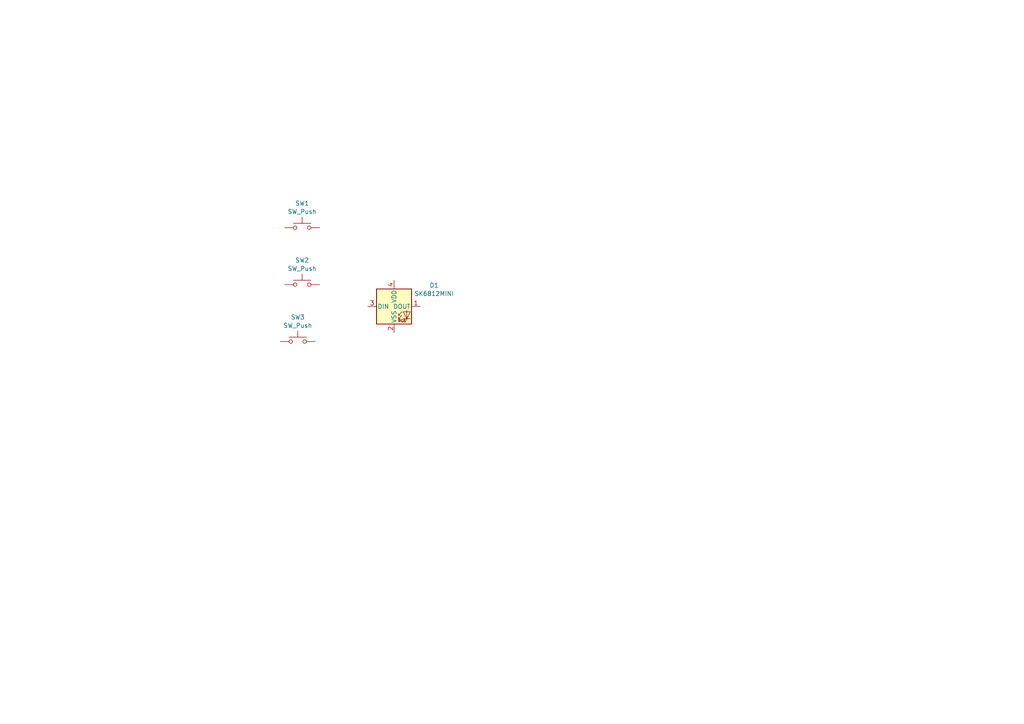
<source format=kicad_sch>
(kicad_sch (version 20231120) (generator "eeschema") (generator_version "8.0")
  (paper "A4")
  (lib_symbols
    (symbol "Switch:SW_Push" (pin_numbers hide) (pin_names (offset 1.016) hide)
      (property "Reference" "SW" (at 1.27 2.54 0))
      (property "Value" "SW_Push" (at 0 -1.524 0))
      (symbol "SW_Push_0_1"
        (circle (center -2.032 0) (radius 0.508))
        (polyline (pts (xy 0 1.27) (xy 0 3.048)))
        (polyline (pts (xy 2.54 1.27) (xy -2.54 1.27)))
        (circle (center 2.032 0) (radius 0.508))
        (pin passive line (at -5.08 0 0) (length 2.54) (name "1") (number "1"))
        (pin passive line (at 5.08 0 180) (length 2.54) (name "2") (number "2"))
      )
    )
    (symbol "synkie_symbols:SK6812MINI" (pin_names (offset 0.254))
      (property "Reference" "D" (at 5.08 5.715 0))
      (property "Value" "SK6812MINI" (at 1.27 -5.715 0))
      (symbol "SK6812MINI_0_0"
        (text "RGB" (at 2.286 -4.191 0) (effects (font (size 0.762 0.762))))
      )
      (symbol "SK6812MINI_0_1"
        (polyline (pts (xy 1.27 -3.556) (xy 1.778 -3.556)))
        (polyline (pts (xy 1.27 -2.54) (xy 1.778 -2.54)))
        (polyline (pts (xy 4.699 -3.556) (xy 2.667 -3.556)))
        (polyline (pts (xy 2.286 -2.54) (xy 1.27 -3.556) (xy 1.27 -3.048)))
        (polyline (pts (xy 2.286 -1.524) (xy 1.27 -2.54) (xy 1.27 -2.032)))
        (polyline (pts (xy 3.683 -1.016) (xy 3.683 -3.556) (xy 3.683 -4.064)))
        (polyline (pts (xy 4.699 -1.524) (xy 2.667 -1.524) (xy 3.683 -3.556) (xy 4.699 -1.524)))
        (rectangle (start 5.08 5.08) (end -5.08 -5.08) (stroke (width 0.254)) (fill (type background)))
      )
      (symbol "SK6812MINI_1_1"
        (pin output line (at 7.62 0 180) (length 2.54) (name "DOUT") (number "1"))
        (pin power_in line (at 0 -7.62 90) (length 2.54) (name "VSS") (number "2"))
        (pin input line (at -7.62 0 0) (length 2.54) (name "DIN") (number "3"))
        (pin power_in line (at 0 7.62 270) (length 2.54) (name "VDD") (number "4"))
      )
    )
  )
  (symbol (lib_id "synkie_symbols:SK6812MINI") (at 114.3 88.9 0) (unit 1)
    (property "Reference" "D1" (at 125.9077 82.755 0))
    (property "Value" "SK6812MINI" (at 125.9077 85.1793 0))
    (property "Footprint" "Anyma06:SK6812-MINI-HS" (effects (hide yes)))
    (property "Datasheet" "https://cdn-shop.adafruit.com/product-files/2686/SK6812MINI_REV.01-1-2.pdf" (effects (hide yes)))
    (property "Description" "RGB LED with integrated controller" (effects (hide yes)))
  )
  (symbol (lib_id "Switch:SW_Push") (at 87.63 82.55 0) (unit 1)
    (property "Reference" "SW2" (at 87.63 75.4845 0))
    (property "Value" "SW_Push" (at 87.63 77.9088 0))
    (property "Footprint" "Button_Switch_SMD:SW_SPST_PTS810" (effects (hide yes)))
    (property "Description" "Push button switch, generic, two pins" (effects (hide yes)))
  )
  (symbol (lib_id "Switch:SW_Push") (at 86.36 99.06 0) (unit 1)
    (property "Reference" "SW3" (at 86.36 91.9945 0))
    (property "Value" "SW_Push" (at 86.36 94.4188 0))
    (property "Footprint" "Button_Switch_SMD:SW_Tactile_SPST_NO_Straight_CK_PTS636Sx25SMTRLFS" (effects (hide yes)))
    (property "Description" "Push button switch, generic, two pins" (effects (hide yes)))
  )
  (symbol (lib_id "Switch:SW_Push") (at 87.63 66.04 0) (unit 1)
    (property "Reference" "SW1" (at 87.63 58.9745 0))
    (property "Value" "SW_Push" (at 87.63 61.3988 0))
    (property "Footprint" "synkie_footprints:Alps_Tactile_Switch" (effects (hide yes)))
    (property "Description" "Push button switch, generic, two pins" (effects (hide yes)))
  )
)
</source>
